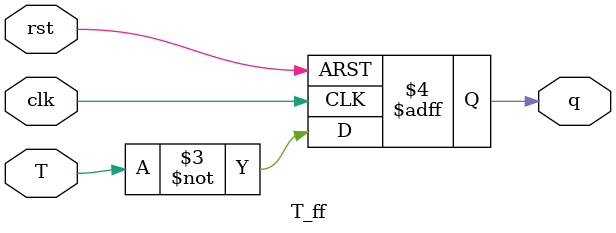
<source format=v>
`timescale 1ns / 1ps


module T_ff(q,T,clk,rst);
input T,clk,rst;
output reg q;
always @(posedge clk or negedge rst)
begin
  if (!rst) 
        begin
            q <= 0; 
        end
        else       
        begin
            q <= ~T;
        end
    end
endmodule

</source>
